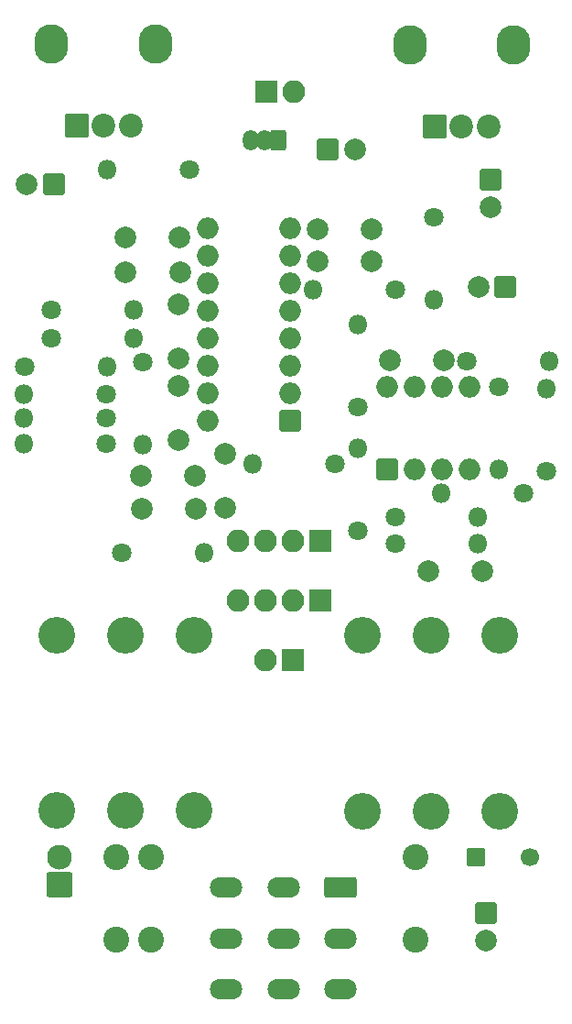
<source format=gbr>
%TF.GenerationSoftware,KiCad,Pcbnew,7.0.2-6a45011f42~172~ubuntu22.04.1*%
%TF.CreationDate,2023-05-16T10:12:08+01:00*%
%TF.ProjectId,little-angel-chorus,6c697474-6c65-42d6-916e-67656c2d6368,rev?*%
%TF.SameCoordinates,Original*%
%TF.FileFunction,Soldermask,Bot*%
%TF.FilePolarity,Negative*%
%FSLAX46Y46*%
G04 Gerber Fmt 4.6, Leading zero omitted, Abs format (unit mm)*
G04 Created by KiCad (PCBNEW 7.0.2-6a45011f42~172~ubuntu22.04.1) date 2023-05-16 10:12:08*
%MOMM*%
%LPD*%
G01*
G04 APERTURE LIST*
G04 Aperture macros list*
%AMRoundRect*
0 Rectangle with rounded corners*
0 $1 Rounding radius*
0 $2 $3 $4 $5 $6 $7 $8 $9 X,Y pos of 4 corners*
0 Add a 4 corners polygon primitive as box body*
4,1,4,$2,$3,$4,$5,$6,$7,$8,$9,$2,$3,0*
0 Add four circle primitives for the rounded corners*
1,1,$1+$1,$2,$3*
1,1,$1+$1,$4,$5*
1,1,$1+$1,$6,$7*
1,1,$1+$1,$8,$9*
0 Add four rect primitives between the rounded corners*
20,1,$1+$1,$2,$3,$4,$5,0*
20,1,$1+$1,$4,$5,$6,$7,0*
20,1,$1+$1,$6,$7,$8,$9,0*
20,1,$1+$1,$8,$9,$2,$3,0*%
G04 Aperture macros list end*
%ADD10C,1.800000*%
%ADD11O,1.800000X1.800000*%
%ADD12RoundRect,0.200000X0.800000X0.800000X-0.800000X0.800000X-0.800000X-0.800000X0.800000X-0.800000X0*%
%ADD13C,2.000000*%
%ADD14C,3.400000*%
%ADD15RoundRect,0.200000X-0.850000X0.850000X-0.850000X-0.850000X0.850000X-0.850000X0.850000X0.850000X0*%
%ADD16O,2.100000X2.100000*%
%ADD17RoundRect,0.200000X-0.800000X0.800000X-0.800000X-0.800000X0.800000X-0.800000X0.800000X0.800000X0*%
%ADD18C,2.398980*%
%ADD19RoundRect,0.200000X-0.650000X-0.650000X0.650000X-0.650000X0.650000X0.650000X-0.650000X0.650000X0*%
%ADD20C,1.700000*%
%ADD21RoundRect,0.200000X0.800000X-0.800000X0.800000X0.800000X-0.800000X0.800000X-0.800000X-0.800000X0*%
%ADD22O,2.000000X2.000000*%
%ADD23RoundRect,0.200000X-0.800000X-0.800000X0.800000X-0.800000X0.800000X0.800000X-0.800000X0.800000X0*%
%ADD24O,3.120000X3.640000*%
%ADD25RoundRect,0.200000X0.900000X0.900000X-0.900000X0.900000X-0.900000X-0.900000X0.900000X-0.900000X0*%
%ADD26C,2.200000*%
%ADD27RoundRect,0.200000X1.300000X0.750000X-1.300000X0.750000X-1.300000X-0.750000X1.300000X-0.750000X0*%
%ADD28O,3.000000X1.900000*%
%ADD29RoundRect,0.200000X0.850000X-0.850000X0.850000X0.850000X-0.850000X0.850000X-0.850000X-0.850000X0*%
%ADD30RoundRect,0.200000X0.525000X0.750000X-0.525000X0.750000X-0.525000X-0.750000X0.525000X-0.750000X0*%
%ADD31O,1.450000X1.900000*%
%ADD32RoundRect,0.200000X1.000000X0.950000X-1.000000X0.950000X-1.000000X-0.950000X1.000000X-0.950000X0*%
%ADD33C,2.300000*%
G04 APERTURE END LIST*
D10*
%TO.C,R15*%
X157850000Y-74920000D03*
D11*
X150230000Y-74920000D03*
%TD*%
D10*
%TO.C,R16*%
X164413812Y-81513812D03*
D11*
X172033812Y-81513812D03*
%TD*%
D12*
%TO.C,C11*%
X126200000Y-65230000D03*
D13*
X123700000Y-65230000D03*
%TD*%
D14*
%TO.C,J2*%
X167453812Y-106863812D03*
X154753812Y-106863812D03*
X161103812Y-106863812D03*
X167453812Y-123093812D03*
X154753812Y-123093812D03*
X161103812Y-123093812D03*
%TD*%
D10*
%TO.C,R7*%
X131013812Y-89153812D03*
D11*
X123393812Y-89153812D03*
%TD*%
D15*
%TO.C,J4*%
X148343812Y-109143812D03*
D16*
X145803812Y-109143812D03*
%TD*%
D13*
%TO.C,C9*%
X155590000Y-69320000D03*
X150590000Y-69320000D03*
%TD*%
D10*
%TO.C,R13*%
X125963812Y-76833812D03*
D11*
X133583812Y-76833812D03*
%TD*%
D13*
%TO.C,C2*%
X134300000Y-92110000D03*
X139300000Y-92110000D03*
%TD*%
D17*
%TO.C,C13*%
X166613812Y-64813812D03*
D13*
X166613812Y-67313812D03*
%TD*%
D10*
%TO.C,R14*%
X161333812Y-68273812D03*
D11*
X161333812Y-75893812D03*
%TD*%
D18*
%TO.C,R2*%
X135203812Y-127353812D03*
X135203812Y-134973812D03*
%TD*%
D19*
%TO.C,C1*%
X165253812Y-127333812D03*
D20*
X170253812Y-127333812D03*
%TD*%
D10*
%TO.C,R5*%
X152203812Y-91043812D03*
D11*
X144583812Y-91043812D03*
%TD*%
D12*
%TO.C,C14*%
X167996463Y-74683812D03*
D13*
X165496463Y-74683812D03*
%TD*%
%TO.C,C7*%
X137870000Y-73330000D03*
X132870000Y-73330000D03*
%TD*%
D10*
%TO.C,R20*%
X171753812Y-91683812D03*
D11*
X171753812Y-84063812D03*
%TD*%
D10*
%TO.C,R9*%
X131093812Y-84553812D03*
D11*
X123473812Y-84553812D03*
%TD*%
D21*
%TO.C,U2*%
X157049929Y-91529929D03*
D22*
X159589929Y-91529929D03*
X162129929Y-91529929D03*
X164669929Y-91529929D03*
X164669929Y-83909929D03*
X162129929Y-83909929D03*
X159589929Y-83909929D03*
X157049929Y-83909929D03*
%TD*%
D23*
%TO.C,C12*%
X151543812Y-62013812D03*
D13*
X154043812Y-62013812D03*
%TD*%
D24*
%TO.C,RV2*%
X126003812Y-52248812D03*
X135603812Y-52248812D03*
D25*
X128303812Y-59748812D03*
D26*
X130803812Y-59748812D03*
X133303812Y-59748812D03*
%TD*%
D15*
%TO.C,JOVGI1*%
X150903812Y-103683812D03*
D16*
X148363812Y-103683812D03*
X145823812Y-103683812D03*
X143283812Y-103683812D03*
%TD*%
D10*
%TO.C,R18*%
X138733812Y-63893812D03*
D11*
X131113812Y-63893812D03*
%TD*%
D10*
%TO.C,R3*%
X154319929Y-97229929D03*
D11*
X154319929Y-89609929D03*
%TD*%
D10*
%TO.C,R17*%
X154303812Y-85793812D03*
D11*
X154303812Y-78173812D03*
%TD*%
D18*
%TO.C,R3*%
X131953812Y-134953812D03*
X131953812Y-127333812D03*
%TD*%
D17*
%TO.C,C2*%
X166203812Y-132533812D03*
D13*
X166203812Y-135033812D03*
%TD*%
%TO.C,C5*%
X137760000Y-88840000D03*
X137760000Y-83840000D03*
%TD*%
%TO.C,C8*%
X132850000Y-70110000D03*
X137850000Y-70110000D03*
%TD*%
D27*
%TO.C,SW1*%
X152753812Y-130158812D03*
D28*
X147453812Y-130158812D03*
X142153812Y-130158812D03*
X152753812Y-134858812D03*
X147453812Y-134883812D03*
X142153812Y-134858812D03*
X152753812Y-139558812D03*
X147453812Y-139558812D03*
X142153812Y-139558812D03*
%TD*%
D29*
%TO.C,J1*%
X145853812Y-56633812D03*
D16*
X148393812Y-56633812D03*
%TD*%
D12*
%TO.C,U1*%
X148033812Y-87078812D03*
D22*
X148033812Y-84538812D03*
X148033812Y-81998812D03*
X148033812Y-79458812D03*
X148033812Y-76918812D03*
X148033812Y-74378812D03*
X148033812Y-71838812D03*
X148033812Y-69298812D03*
X140413812Y-69298812D03*
X140413812Y-71838812D03*
X140413812Y-74378812D03*
X140413812Y-76918812D03*
X140413812Y-79458812D03*
X140413812Y-81998812D03*
X140413812Y-84538812D03*
X140413812Y-87078812D03*
%TD*%
D10*
%TO.C,R4*%
X169639929Y-93769929D03*
D11*
X162019929Y-93769929D03*
%TD*%
D14*
%TO.C,J3*%
X126453812Y-123063812D03*
X139153812Y-123063812D03*
X132803812Y-123063812D03*
X126453812Y-106833812D03*
X139153812Y-106833812D03*
X132803812Y-106833812D03*
%TD*%
D10*
%TO.C,R12*%
X125963812Y-79463812D03*
D11*
X133583812Y-79463812D03*
%TD*%
D24*
%TO.C,RV1*%
X159123812Y-52378812D03*
X168723812Y-52378812D03*
D25*
X161423812Y-59878812D03*
D26*
X163923812Y-59878812D03*
X166423812Y-59878812D03*
%TD*%
D10*
%TO.C,R11*%
X123523812Y-82053812D03*
D11*
X131143812Y-82053812D03*
%TD*%
D10*
%TO.C,R19*%
X167383812Y-83913812D03*
D11*
X167383812Y-91533812D03*
%TD*%
D10*
%TO.C,R10*%
X134430000Y-81620000D03*
D11*
X134430000Y-89240000D03*
%TD*%
D13*
%TO.C,C3*%
X142080000Y-90070000D03*
X142080000Y-95070000D03*
%TD*%
D15*
%TO.C,JOVGI2*%
X150903812Y-98133812D03*
D16*
X148363812Y-98133812D03*
X145823812Y-98133812D03*
X143283812Y-98133812D03*
%TD*%
D30*
%TO.C,U3*%
X146983812Y-61123812D03*
D31*
X145713812Y-61123812D03*
X144443812Y-61123812D03*
%TD*%
D10*
%TO.C,R2*%
X157789929Y-95909929D03*
D11*
X165409929Y-95909929D03*
%TD*%
D13*
%TO.C,C10*%
X155610000Y-72330000D03*
X150610000Y-72330000D03*
%TD*%
%TO.C,C4*%
X134380000Y-95170000D03*
X139380000Y-95170000D03*
%TD*%
D18*
%TO.C,R1*%
X159703812Y-127333812D03*
X159703812Y-134953812D03*
%TD*%
D13*
%TO.C,C6*%
X137740000Y-81330000D03*
X137740000Y-76330000D03*
%TD*%
%TO.C,C15*%
X162313812Y-81483812D03*
X157313812Y-81483812D03*
%TD*%
D10*
%TO.C,R8*%
X131033812Y-86793812D03*
D11*
X123413812Y-86793812D03*
%TD*%
D10*
%TO.C,R6*%
X132500000Y-99280000D03*
D11*
X140120000Y-99280000D03*
%TD*%
D10*
%TO.C,R1*%
X157849929Y-98369929D03*
D11*
X165469929Y-98369929D03*
%TD*%
D13*
%TO.C,C1*%
X160830000Y-100940000D03*
X165830000Y-100940000D03*
%TD*%
D32*
%TO.C,D1*%
X126703812Y-129873812D03*
D33*
X126703812Y-127333812D03*
%TD*%
M02*

</source>
